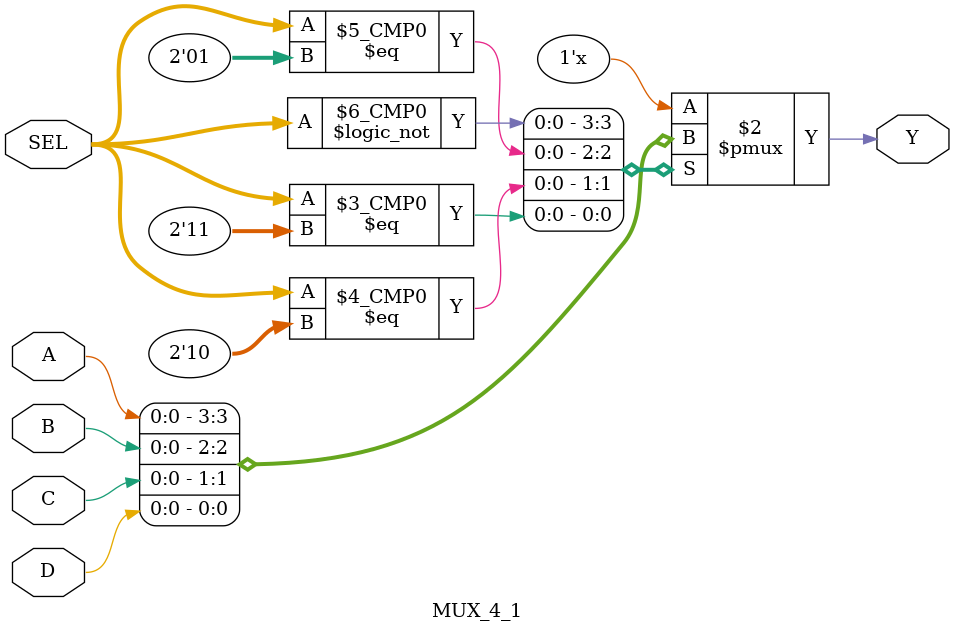
<source format=v>
module MUX_4_1
(A, B, C, D, SEL, Y);

    input wire A, B, C, D;
    input wire [1:0] SEL;
    output reg Y;

    always @(*)
    begin
        case(SEL)
            2'b00: Y = A;
            2'b01: Y = B;
            2'b10: Y = C;
            2'b11: Y = D;
            default: Y = 1'bx;  /* Don't Care */
        endcase
    end

endmodule
</source>
